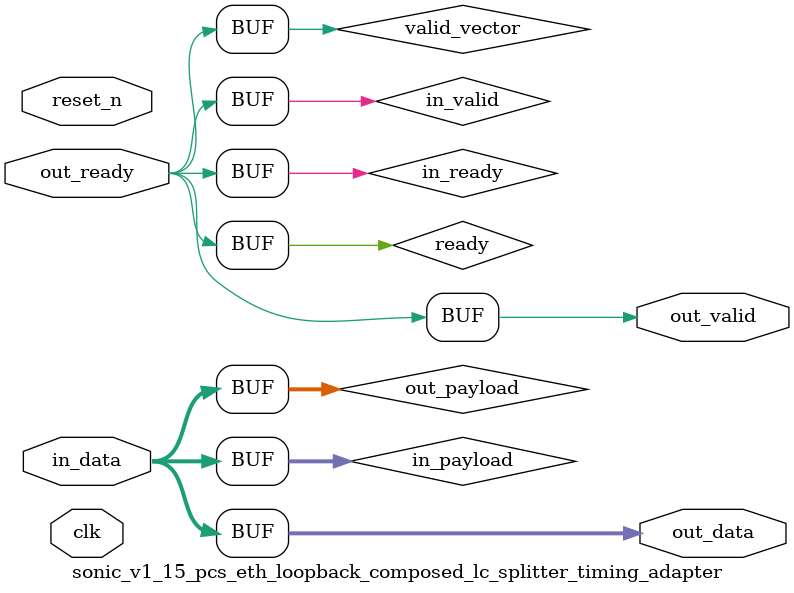
<source format=v>

`timescale 1ns / 100ps
module sonic_v1_15_pcs_eth_loopback_composed_lc_splitter_timing_adapter (
    
      // Interface: clk
      input              clk,
      // Interface: reset
      input              reset_n,
      // Interface: in
      input      [71: 0] in_data,
      // Interface: out
      output reg [71: 0] out_data,
      input              out_ready,
      output reg         out_valid
);




   // ---------------------------------------------------------------------
   //| Signal Declarations
   // ---------------------------------------------------------------------

   reg  [71: 0] in_payload;
   reg  [71: 0] out_payload;
   reg  [ 0: 0] ready;
   reg          in_ready;
   // synthesis translate_off
   always @(negedge in_ready) begin
      $display("%m: The downstream component is backpressuring by deasserting ready, but the upstream component can't be backpressured.");
   end
   // synthesis translate_on   
   reg          in_valid;
   reg  [ 0: 0] valid_vector;


   // ---------------------------------------------------------------------
   //| Payload Mapping
   // ---------------------------------------------------------------------
   always @* begin
     in_payload = {in_data};
     {out_data} = out_payload;
   end

   // ---------------------------------------------------------------------
   //| Ready & valid signals.
   // ---------------------------------------------------------------------
   always @* begin
     ready[0] = out_ready;
     out_valid = in_valid;
     out_payload = in_payload;
     in_ready = ready[0];
   end



   // ---------------------------------------------------------------------
   //| Input Valid Generation
   // ---------------------------------------------------------------------
   always @* begin
      valid_vector[0] = in_ready;
      in_valid        = valid_vector[0];
   end


endmodule


</source>
